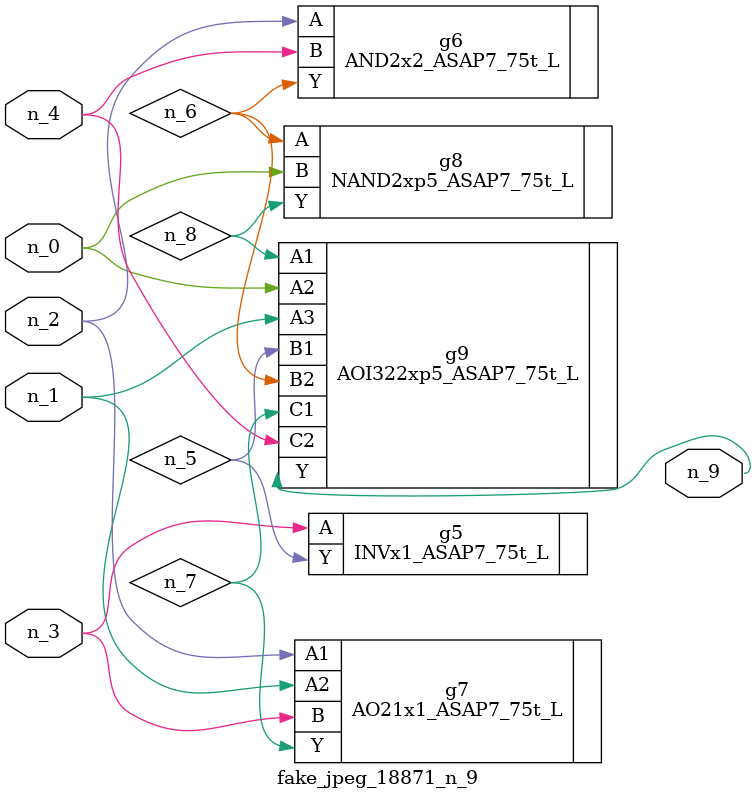
<source format=v>
module fake_jpeg_18871_n_9 (n_3, n_2, n_1, n_0, n_4, n_9);

input n_3;
input n_2;
input n_1;
input n_0;
input n_4;

output n_9;

wire n_8;
wire n_6;
wire n_5;
wire n_7;

INVx1_ASAP7_75t_L g5 ( 
.A(n_3),
.Y(n_5)
);

AND2x2_ASAP7_75t_L g6 ( 
.A(n_2),
.B(n_4),
.Y(n_6)
);

AO21x1_ASAP7_75t_L g7 ( 
.A1(n_2),
.A2(n_1),
.B(n_3),
.Y(n_7)
);

NAND2xp5_ASAP7_75t_L g8 ( 
.A(n_6),
.B(n_0),
.Y(n_8)
);

AOI322xp5_ASAP7_75t_L g9 ( 
.A1(n_8),
.A2(n_0),
.A3(n_1),
.B1(n_5),
.B2(n_6),
.C1(n_7),
.C2(n_4),
.Y(n_9)
);


endmodule
</source>
